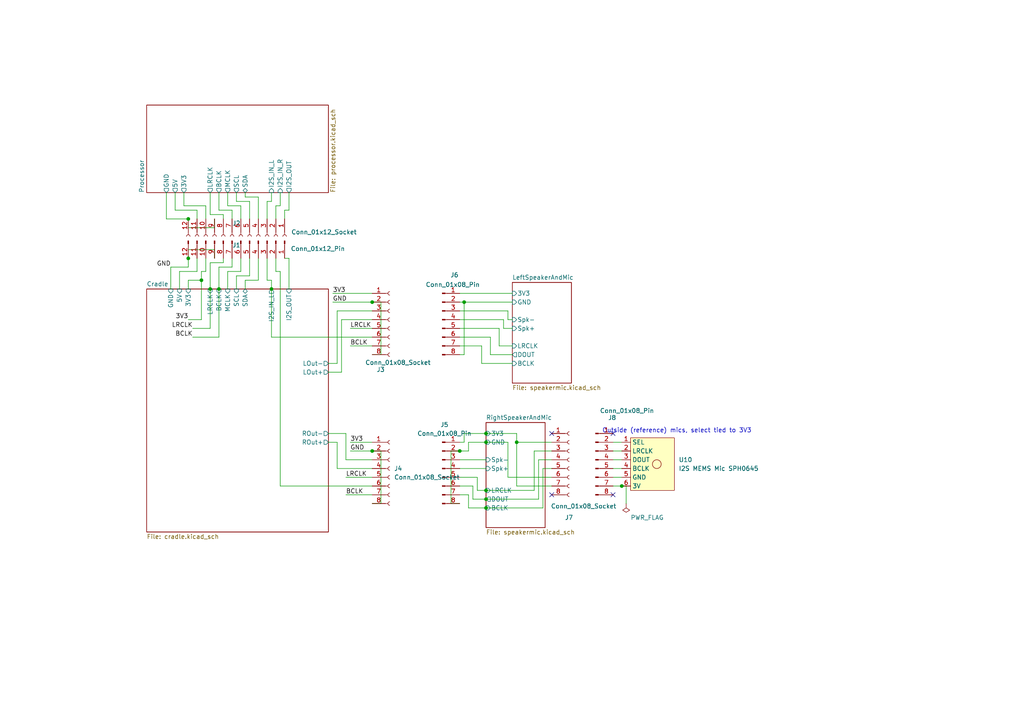
<source format=kicad_sch>
(kicad_sch (version 20231120) (generator "eeschema") (generator_version "8.0")
  (paper "A4")
  (lib_symbols
    (symbol "Connector:Conn_01x08_Pin" (pin_names (offset 1.016) hide)
      (property "Reference" "J" (at 0 10.16 0))
      (property "Value" "Conn_01x08_Pin" (at 0 -12.7 0))
      (symbol "Conn_01x08_Pin_1_1"
        (polyline (pts (xy 1.27 -10.16) (xy 0.8636 -10.16)) (stroke (width 0.1524)))
        (polyline (pts (xy 1.27 -7.62) (xy 0.8636 -7.62)) (stroke (width 0.1524)))
        (polyline (pts (xy 1.27 -5.08) (xy 0.8636 -5.08)) (stroke (width 0.1524)))
        (polyline (pts (xy 1.27 -2.54) (xy 0.8636 -2.54)) (stroke (width 0.1524)))
        (polyline (pts (xy 1.27 0) (xy 0.8636 0)) (stroke (width 0.1524)))
        (polyline (pts (xy 1.27 2.54) (xy 0.8636 2.54)) (stroke (width 0.1524)))
        (polyline (pts (xy 1.27 5.08) (xy 0.8636 5.08)) (stroke (width 0.1524)))
        (polyline (pts (xy 1.27 7.62) (xy 0.8636 7.62)) (stroke (width 0.1524)))
        (rectangle (start 0.8636 -10.033) (end 0 -10.287) (stroke (width 0.1524)) (fill (type outline)))
        (rectangle (start 0.8636 -7.493) (end 0 -7.747) (stroke (width 0.1524)) (fill (type outline)))
        (rectangle (start 0.8636 -4.953) (end 0 -5.207) (stroke (width 0.1524)) (fill (type outline)))
        (rectangle (start 0.8636 -2.413) (end 0 -2.667) (stroke (width 0.1524)) (fill (type outline)))
        (rectangle (start 0.8636 0.127) (end 0 -0.127) (stroke (width 0.1524)) (fill (type outline)))
        (rectangle (start 0.8636 2.667) (end 0 2.413) (stroke (width 0.1524)) (fill (type outline)))
        (rectangle (start 0.8636 5.207) (end 0 4.953) (stroke (width 0.1524)) (fill (type outline)))
        (rectangle (start 0.8636 7.747) (end 0 7.493) (stroke (width 0.1524)) (fill (type outline)))
        (pin passive line (at 5.08 7.62 180) (length 3.81) (name "Pin_1") (number "1"))
        (pin passive line (at 5.08 5.08 180) (length 3.81) (name "Pin_2") (number "2"))
        (pin passive line (at 5.08 2.54 180) (length 3.81) (name "Pin_3") (number "3"))
        (pin passive line (at 5.08 0 180) (length 3.81) (name "Pin_4") (number "4"))
        (pin passive line (at 5.08 -2.54 180) (length 3.81) (name "Pin_5") (number "5"))
        (pin passive line (at 5.08 -5.08 180) (length 3.81) (name "Pin_6") (number "6"))
        (pin passive line (at 5.08 -7.62 180) (length 3.81) (name "Pin_7") (number "7"))
        (pin passive line (at 5.08 -10.16 180) (length 3.81) (name "Pin_8") (number "8"))
      )
    )
    (symbol "Connector:Conn_01x08_Socket" (pin_names (offset 1.016) hide)
      (property "Reference" "J" (at 0 10.16 0))
      (property "Value" "Conn_01x08_Socket" (at 0 -12.7 0))
      (symbol "Conn_01x08_Socket_1_1"
        (arc (start 0 -9.652) (mid -0.5058 -10.16) (end 0 -10.668) (stroke (width 0.1524)))
        (arc (start 0 -7.112) (mid -0.5058 -7.62) (end 0 -8.128) (stroke (width 0.1524)))
        (arc (start 0 -4.572) (mid -0.5058 -5.08) (end 0 -5.588) (stroke (width 0.1524)))
        (arc (start 0 -2.032) (mid -0.5058 -2.54) (end 0 -3.048) (stroke (width 0.1524)))
        (polyline (pts (xy -1.27 -10.16) (xy -0.508 -10.16)) (stroke (width 0.1524)))
        (polyline (pts (xy -1.27 -7.62) (xy -0.508 -7.62)) (stroke (width 0.1524)))
        (polyline (pts (xy -1.27 -5.08) (xy -0.508 -5.08)) (stroke (width 0.1524)))
        (polyline (pts (xy -1.27 -2.54) (xy -0.508 -2.54)) (stroke (width 0.1524)))
        (polyline (pts (xy -1.27 0) (xy -0.508 0)) (stroke (width 0.1524)))
        (polyline (pts (xy -1.27 2.54) (xy -0.508 2.54)) (stroke (width 0.1524)))
        (polyline (pts (xy -1.27 5.08) (xy -0.508 5.08)) (stroke (width 0.1524)))
        (polyline (pts (xy -1.27 7.62) (xy -0.508 7.62)) (stroke (width 0.1524)))
        (arc (start 0 0.508) (mid -0.5058 0) (end 0 -0.508) (stroke (width 0.1524)))
        (arc (start 0 3.048) (mid -0.5058 2.54) (end 0 2.032) (stroke (width 0.1524)))
        (arc (start 0 5.588) (mid -0.5058 5.08) (end 0 4.572) (stroke (width 0.1524)))
        (arc (start 0 8.128) (mid -0.5058 7.62) (end 0 7.112) (stroke (width 0.1524)))
        (pin passive line (at -5.08 7.62 0) (length 3.81) (name "Pin_1") (number "1"))
        (pin passive line (at -5.08 5.08 0) (length 3.81) (name "Pin_2") (number "2"))
        (pin passive line (at -5.08 2.54 0) (length 3.81) (name "Pin_3") (number "3"))
        (pin passive line (at -5.08 0 0) (length 3.81) (name "Pin_4") (number "4"))
        (pin passive line (at -5.08 -2.54 0) (length 3.81) (name "Pin_5") (number "5"))
        (pin passive line (at -5.08 -5.08 0) (length 3.81) (name "Pin_6") (number "6"))
        (pin passive line (at -5.08 -7.62 0) (length 3.81) (name "Pin_7") (number "7"))
        (pin passive line (at -5.08 -10.16 0) (length 3.81) (name "Pin_8") (number "8"))
      )
    )
    (symbol "Connector:Conn_01x12_Pin" (pin_names (offset 1.016) hide)
      (property "Reference" "J" (at 0 15.24 0))
      (property "Value" "Conn_01x12_Pin" (at 0 -17.78 0))
      (symbol "Conn_01x12_Pin_1_1"
        (polyline (pts (xy 1.27 -15.24) (xy 0.8636 -15.24)) (stroke (width 0.1524)))
        (polyline (pts (xy 1.27 -12.7) (xy 0.8636 -12.7)) (stroke (width 0.1524)))
        (polyline (pts (xy 1.27 -10.16) (xy 0.8636 -10.16)) (stroke (width 0.1524)))
        (polyline (pts (xy 1.27 -7.62) (xy 0.8636 -7.62)) (stroke (width 0.1524)))
        (polyline (pts (xy 1.27 -5.08) (xy 0.8636 -5.08)) (stroke (width 0.1524)))
        (polyline (pts (xy 1.27 -2.54) (xy 0.8636 -2.54)) (stroke (width 0.1524)))
        (polyline (pts (xy 1.27 0) (xy 0.8636 0)) (stroke (width 0.1524)))
        (polyline (pts (xy 1.27 2.54) (xy 0.8636 2.54)) (stroke (width 0.1524)))
        (polyline (pts (xy 1.27 5.08) (xy 0.8636 5.08)) (stroke (width 0.1524)))
        (polyline (pts (xy 1.27 7.62) (xy 0.8636 7.62)) (stroke (width 0.1524)))
        (polyline (pts (xy 1.27 10.16) (xy 0.8636 10.16)) (stroke (width 0.1524)))
        (polyline (pts (xy 1.27 12.7) (xy 0.8636 12.7)) (stroke (width 0.1524)))
        (rectangle (start 0.8636 -15.113) (end 0 -15.367) (stroke (width 0.1524)) (fill (type outline)))
        (rectangle (start 0.8636 -12.573) (end 0 -12.827) (stroke (width 0.1524)) (fill (type outline)))
        (rectangle (start 0.8636 -10.033) (end 0 -10.287) (stroke (width 0.1524)) (fill (type outline)))
        (rectangle (start 0.8636 -7.493) (end 0 -7.747) (stroke (width 0.1524)) (fill (type outline)))
        (rectangle (start 0.8636 -4.953) (end 0 -5.207) (stroke (width 0.1524)) (fill (type outline)))
        (rectangle (start 0.8636 -2.413) (end 0 -2.667) (stroke (width 0.1524)) (fill (type outline)))
        (rectangle (start 0.8636 0.127) (end 0 -0.127) (stroke (width 0.1524)) (fill (type outline)))
        (rectangle (start 0.8636 2.667) (end 0 2.413) (stroke (width 0.1524)) (fill (type outline)))
        (rectangle (start 0.8636 5.207) (end 0 4.953) (stroke (width 0.1524)) (fill (type outline)))
        (rectangle (start 0.8636 7.747) (end 0 7.493) (stroke (width 0.1524)) (fill (type outline)))
        (rectangle (start 0.8636 10.287) (end 0 10.033) (stroke (width 0.1524)) (fill (type outline)))
        (rectangle (start 0.8636 12.827) (end 0 12.573) (stroke (width 0.1524)) (fill (type outline)))
        (pin passive line (at 5.08 12.7 180) (length 3.81) (name "Pin_1") (number "1"))
        (pin passive line (at 5.08 -10.16 180) (length 3.81) (name "Pin_10") (number "10"))
        (pin passive line (at 5.08 -12.7 180) (length 3.81) (name "Pin_11") (number "11"))
        (pin passive line (at 5.08 -15.24 180) (length 3.81) (name "Pin_12") (number "12"))
        (pin passive line (at 5.08 10.16 180) (length 3.81) (name "Pin_2") (number "2"))
        (pin passive line (at 5.08 7.62 180) (length 3.81) (name "Pin_3") (number "3"))
        (pin passive line (at 5.08 5.08 180) (length 3.81) (name "Pin_4") (number "4"))
        (pin passive line (at 5.08 2.54 180) (length 3.81) (name "Pin_5") (number "5"))
        (pin passive line (at 5.08 0 180) (length 3.81) (name "Pin_6") (number "6"))
        (pin passive line (at 5.08 -2.54 180) (length 3.81) (name "Pin_7") (number "7"))
        (pin passive line (at 5.08 -5.08 180) (length 3.81) (name "Pin_8") (number "8"))
        (pin passive line (at 5.08 -7.62 180) (length 3.81) (name "Pin_9") (number "9"))
      )
    )
    (symbol "Connector:Conn_01x12_Socket" (pin_names (offset 1.016) hide)
      (property "Reference" "J" (at 0 15.24 0))
      (property "Value" "Conn_01x12_Socket" (at 0 -17.78 0))
      (symbol "Conn_01x12_Socket_1_1"
        (arc (start 0 -14.732) (mid -0.5058 -15.24) (end 0 -15.748) (stroke (width 0.1524)))
        (arc (start 0 -12.192) (mid -0.5058 -12.7) (end 0 -13.208) (stroke (width 0.1524)))
        (arc (start 0 -9.652) (mid -0.5058 -10.16) (end 0 -10.668) (stroke (width 0.1524)))
        (arc (start 0 -7.112) (mid -0.5058 -7.62) (end 0 -8.128) (stroke (width 0.1524)))
        (arc (start 0 -4.572) (mid -0.5058 -5.08) (end 0 -5.588) (stroke (width 0.1524)))
        (arc (start 0 -2.032) (mid -0.5058 -2.54) (end 0 -3.048) (stroke (width 0.1524)))
        (polyline (pts (xy -1.27 -15.24) (xy -0.508 -15.24)) (stroke (width 0.1524)))
        (polyline (pts (xy -1.27 -12.7) (xy -0.508 -12.7)) (stroke (width 0.1524)))
        (polyline (pts (xy -1.27 -10.16) (xy -0.508 -10.16)) (stroke (width 0.1524)))
        (polyline (pts (xy -1.27 -7.62) (xy -0.508 -7.62)) (stroke (width 0.1524)))
        (polyline (pts (xy -1.27 -5.08) (xy -0.508 -5.08)) (stroke (width 0.1524)))
        (polyline (pts (xy -1.27 -2.54) (xy -0.508 -2.54)) (stroke (width 0.1524)))
        (polyline (pts (xy -1.27 0) (xy -0.508 0)) (stroke (width 0.1524)))
        (polyline (pts (xy -1.27 2.54) (xy -0.508 2.54)) (stroke (width 0.1524)))
        (polyline (pts (xy -1.27 5.08) (xy -0.508 5.08)) (stroke (width 0.1524)))
        (polyline (pts (xy -1.27 7.62) (xy -0.508 7.62)) (stroke (width 0.1524)))
        (polyline (pts (xy -1.27 10.16) (xy -0.508 10.16)) (stroke (width 0.1524)))
        (polyline (pts (xy -1.27 12.7) (xy -0.508 12.7)) (stroke (width 0.1524)))
        (arc (start 0 0.508) (mid -0.5058 0) (end 0 -0.508) (stroke (width 0.1524)))
        (arc (start 0 3.048) (mid -0.5058 2.54) (end 0 2.032) (stroke (width 0.1524)))
        (arc (start 0 5.588) (mid -0.5058 5.08) (end 0 4.572) (stroke (width 0.1524)))
        (arc (start 0 8.128) (mid -0.5058 7.62) (end 0 7.112) (stroke (width 0.1524)))
        (arc (start 0 10.668) (mid -0.5058 10.16) (end 0 9.652) (stroke (width 0.1524)))
        (arc (start 0 13.208) (mid -0.5058 12.7) (end 0 12.192) (stroke (width 0.1524)))
        (pin passive line (at -5.08 12.7 0) (length 3.81) (name "Pin_1") (number "1"))
        (pin passive line (at -5.08 -10.16 0) (length 3.81) (name "Pin_10") (number "10"))
        (pin passive line (at -5.08 -12.7 0) (length 3.81) (name "Pin_11") (number "11"))
        (pin passive line (at -5.08 -15.24 0) (length 3.81) (name "Pin_12") (number "12"))
        (pin passive line (at -5.08 10.16 0) (length 3.81) (name "Pin_2") (number "2"))
        (pin passive line (at -5.08 7.62 0) (length 3.81) (name "Pin_3") (number "3"))
        (pin passive line (at -5.08 5.08 0) (length 3.81) (name "Pin_4") (number "4"))
        (pin passive line (at -5.08 2.54 0) (length 3.81) (name "Pin_5") (number "5"))
        (pin passive line (at -5.08 0 0) (length 3.81) (name "Pin_6") (number "6"))
        (pin passive line (at -5.08 -2.54 0) (length 3.81) (name "Pin_7") (number "7"))
        (pin passive line (at -5.08 -5.08 0) (length 3.81) (name "Pin_8") (number "8"))
        (pin passive line (at -5.08 -7.62 0) (length 3.81) (name "Pin_9") (number "9"))
      )
    )
    (symbol "Helmute:SPH0645"
      (property "Reference" "U" (at -1.524 9.398 0))
      (property "Value" "I2S MEMS Mic SPH0645" (at -0.508 7.366 0))
      (symbol "SPH0645_1_1"
        (rectangle (start -7.62 7.62) (end 5.08 -7.62) (fill (type background)))
        (circle (center 0 0) (radius 1.27))
        (pin input line (at -10.16 6.35 0) (length 2.54) (name "SEL") (number "1"))
        (pin input line (at -10.16 3.81 0) (length 2.54) (name "LRCLK") (number "2"))
        (pin output line (at -10.16 1.27 0) (length 2.54) (name "DOUT") (number "3"))
        (pin input line (at -10.16 -1.27 0) (length 2.54) (name "BCLK") (number "4"))
        (pin passive line (at -10.16 -3.81 0) (length 2.54) (name "GND") (number "5"))
        (pin power_in line (at -10.16 -6.35 0) (length 2.54) (name "3V") (number "6"))
      )
    )
    (symbol "power:PWR_FLAG" (power) (pin_numbers hide) (pin_names (offset 0) hide)
      (property "Value" "PWR_FLAG" (at 0 3.81 0))
      (symbol "PWR_FLAG_0_0"
        (pin power_out line (at 0 0 90) (length 0) (name "~") (number "1"))
      )
      (symbol "PWR_FLAG_0_1"
        (polyline (pts (xy 0 0) (xy 0 1.27) (xy -1.016 1.905) (xy 0 2.54) (xy 1.016 1.905) (xy 0 1.27)))
      )
    )
  )
  (junction (at 60.96 83.82))
  (junction (at 140.97 142.24))
  (junction (at 140.97 144.78))
  (junction (at 63.5 83.82))
  (junction (at 140.97 147.32))
  (junction (at 58.42 81.28))
  (junction (at 133.35 130.81))
  (junction (at 54.61 63.5))
  (junction (at 140.97 125.73))
  (junction (at 107.95 130.81))
  (junction (at 134.62 87.63))
  (junction (at 107.95 87.63))
  (junction (at 54.61 74.93))
  (junction (at 78.74 83.82))
  (junction (at 180.34 140.97))
  (junction (at 149.86 128.27))
  (junction (at 140.97 128.27))
  (no_connect (at 160.02 143.51))
  (no_connect (at 177.8 143.51))
  (no_connect (at 177.8 125.73))
  (no_connect (at 160.02 125.73))
  (wire (pts (xy 54.61 92.71) (xy 58.42 92.71)))
  (wire (pts (xy 66.04 83.82) (xy 66.04 78.74)))
  (wire (pts (xy 50.8 55.88) (xy 50.8 60.96)))
  (wire (pts (xy 177.8 140.97) (xy 180.34 140.97)))
  (wire (pts (xy 67.31 77.47) (xy 63.5 77.47)))
  (wire (pts (xy 62.23 72.39) (xy 54.61 72.39)))
  (wire (pts (xy 142.24 97.79) (xy 142.24 102.87)))
  (wire (pts (xy 139.7 105.41) (xy 148.59 105.41)))
  (wire (pts (xy 101.6 95.25) (xy 107.95 95.25)))
  (wire (pts (xy 59.69 74.93) (xy 59.69 78.74)))
  (wire (pts (xy 107.95 87.63) (xy 110.49 87.63)))
  (wire (pts (xy 78.74 83.82) (xy 78.74 97.79)))
  (wire (pts (xy 64.77 76.2) (xy 64.77 74.93)))
  (wire (pts (xy 78.74 81.28) (xy 78.74 83.82)))
  (wire (pts (xy 68.58 83.82) (xy 68.58 80.01)))
  (wire (pts (xy 134.62 87.63) (xy 148.59 87.63)))
  (wire (pts (xy 57.15 60.96) (xy 57.15 63.5)))
  (wire (pts (xy 78.74 58.42) (xy 77.47 58.42)))
  (wire (pts (xy 133.35 146.05) (xy 130.81 146.05)))
  (wire (pts (xy 133.35 140.97) (xy 137.16 140.97)))
  (wire (pts (xy 80.01 59.69) (xy 80.01 63.5)))
  (wire (pts (xy 69.85 78.74) (xy 69.85 74.93)))
  (wire (pts (xy 95.25 105.41) (xy 97.79 105.41)))
  (wire (pts (xy 110.49 102.87) (xy 107.95 102.87)))
  (wire (pts (xy 74.93 57.15) (xy 74.93 63.5)))
  (wire (pts (xy 133.35 128.27) (xy 134.62 128.27)))
  (wire (pts (xy 137.16 144.78) (xy 140.97 144.78)))
  (wire (pts (xy 149.86 125.73) (xy 149.86 128.27)))
  (wire (pts (xy 97.79 105.41) (xy 97.79 90.17)))
  (wire (pts (xy 74.93 81.28) (xy 74.93 74.93)))
  (wire (pts (xy 60.96 55.88) (xy 60.96 62.23)))
  (wire (pts (xy 97.79 128.27) (xy 97.79 135.89)))
  (wire (pts (xy 137.16 140.97) (xy 137.16 144.78)))
  (wire (pts (xy 181.61 140.97) (xy 180.34 140.97)))
  (wire (pts (xy 54.61 63.5) (xy 54.61 66.04)))
  (wire (pts (xy 101.6 130.81) (xy 107.95 130.81)))
  (wire (pts (xy 133.35 133.35) (xy 140.97 133.35)))
  (wire (pts (xy 149.86 128.27) (xy 149.86 140.97)))
  (wire (pts (xy 54.61 81.28) (xy 54.61 83.82)))
  (wire (pts (xy 133.35 100.33) (xy 139.7 100.33)))
  (wire (pts (xy 96.52 87.63) (xy 107.95 87.63)))
  (wire (pts (xy 78.74 55.88) (xy 78.74 58.42)))
  (wire (pts (xy 135.89 130.81) (xy 133.35 130.81)))
  (wire (pts (xy 138.43 138.43) (xy 138.43 142.24)))
  (wire (pts (xy 107.95 130.81) (xy 110.49 130.81)))
  (wire (pts (xy 146.05 92.71) (xy 146.05 95.25)))
  (wire (pts (xy 110.49 146.05) (xy 107.95 146.05)))
  (wire (pts (xy 156.21 133.35) (xy 156.21 144.78)))
  (wire (pts (xy 62.23 63.5) (xy 62.23 66.04)))
  (wire (pts (xy 133.35 143.51) (xy 135.89 143.51)))
  (wire (pts (xy 100.33 125.73) (xy 100.33 133.35)))
  (wire (pts (xy 180.34 133.35) (xy 177.8 133.35)))
  (wire (pts (xy 110.49 87.63) (xy 110.49 102.87)))
  (wire (pts (xy 78.74 97.79) (xy 107.95 97.79)))
  (wire (pts (xy 53.34 59.69) (xy 59.69 59.69)))
  (wire (pts (xy 72.39 80.01) (xy 72.39 74.93)))
  (wire (pts (xy 130.81 146.05) (xy 130.81 130.81)))
  (wire (pts (xy 160.02 133.35) (xy 156.21 133.35)))
  (wire (pts (xy 52.07 83.82) (xy 52.07 78.74)))
  (wire (pts (xy 144.78 100.33) (xy 148.59 100.33)))
  (wire (pts (xy 147.32 128.27) (xy 140.97 128.27)))
  (wire (pts (xy 100.33 143.51) (xy 107.95 143.51)))
  (wire (pts (xy 97.79 90.17) (xy 107.95 90.17)))
  (wire (pts (xy 68.58 58.42) (xy 72.39 58.42)))
  (wire (pts (xy 82.55 60.96) (xy 82.55 63.5)))
  (wire (pts (xy 49.53 77.47) (xy 49.53 83.82)))
  (wire (pts (xy 180.34 128.27) (xy 177.8 128.27)))
  (wire (pts (xy 77.47 81.28) (xy 78.74 81.28)))
  (wire (pts (xy 99.06 92.71) (xy 99.06 107.95)))
  (wire (pts (xy 140.97 125.73) (xy 149.86 125.73)))
  (wire (pts (xy 62.23 74.93) (xy 62.23 72.39)))
  (wire (pts (xy 133.35 102.87) (xy 134.62 102.87)))
  (wire (pts (xy 142.24 102.87) (xy 148.59 102.87)))
  (wire (pts (xy 83.82 60.96) (xy 82.55 60.96)))
  (wire (pts (xy 54.61 72.39) (xy 54.61 74.93)))
  (wire (pts (xy 66.04 59.69) (xy 69.85 59.69)))
  (wire (pts (xy 147.32 138.43) (xy 147.32 128.27)))
  (wire (pts (xy 72.39 58.42) (xy 72.39 63.5)))
  (wire (pts (xy 60.96 95.25) (xy 55.88 95.25)))
  (wire (pts (xy 160.02 130.81) (xy 154.94 130.81)))
  (wire (pts (xy 77.47 58.42) (xy 77.47 63.5)))
  (wire (pts (xy 68.58 80.01) (xy 72.39 80.01)))
  (wire (pts (xy 83.82 74.93) (xy 83.82 83.82)))
  (wire (pts (xy 160.02 138.43) (xy 147.32 138.43)))
  (wire (pts (xy 53.34 55.88) (xy 53.34 59.69)))
  (wire (pts (xy 154.94 142.24) (xy 140.97 142.24)))
  (wire (pts (xy 64.77 62.23) (xy 64.77 63.5)))
  (wire (pts (xy 58.42 81.28) (xy 54.61 81.28)))
  (wire (pts (xy 81.28 140.97) (xy 107.95 140.97)))
  (wire (pts (xy 66.04 78.74) (xy 69.85 78.74)))
  (wire (pts (xy 60.96 62.23) (xy 64.77 62.23)))
  (wire (pts (xy 67.31 60.96) (xy 67.31 63.5)))
  (wire (pts (xy 154.94 130.81) (xy 154.94 142.24)))
  (wire (pts (xy 71.12 55.88) (xy 71.12 57.15)))
  (wire (pts (xy 63.5 77.47) (xy 63.5 83.82)))
  (wire (pts (xy 97.79 135.89) (xy 107.95 135.89)))
  (wire (pts (xy 67.31 74.93) (xy 67.31 77.47)))
  (wire (pts (xy 133.35 97.79) (xy 142.24 97.79)))
  (wire (pts (xy 60.96 76.2) (xy 60.96 83.82)))
  (wire (pts (xy 157.48 135.89) (xy 160.02 135.89)))
  (wire (pts (xy 77.47 74.93) (xy 77.47 81.28)))
  (wire (pts (xy 62.23 66.04) (xy 54.61 66.04)))
  (wire (pts (xy 68.58 55.88) (xy 68.58 58.42)))
  (wire (pts (xy 81.28 55.88) (xy 81.28 59.69)))
  (wire (pts (xy 180.34 138.43) (xy 177.8 138.43)))
  (wire (pts (xy 63.5 83.82) (xy 63.5 97.79)))
  (wire (pts (xy 59.69 59.69) (xy 59.69 63.5)))
  (wire (pts (xy 147.32 90.17) (xy 147.32 92.71)))
  (wire (pts (xy 147.32 92.71) (xy 148.59 92.71)))
  (wire (pts (xy 107.95 92.71) (xy 99.06 92.71)))
  (wire (pts (xy 135.89 143.51) (xy 135.89 147.32)))
  (wire (pts (xy 99.06 107.95) (xy 95.25 107.95)))
  (wire (pts (xy 133.35 138.43) (xy 138.43 138.43)))
  (wire (pts (xy 52.07 78.74) (xy 57.15 78.74)))
  (wire (pts (xy 157.48 147.32) (xy 157.48 135.89)))
  (wire (pts (xy 60.96 83.82) (xy 60.96 95.25)))
  (wire (pts (xy 96.52 85.09) (xy 107.95 85.09)))
  (wire (pts (xy 58.42 78.74) (xy 59.69 78.74)))
  (wire (pts (xy 181.61 146.05) (xy 181.61 140.97)))
  (wire (pts (xy 80.01 74.93) (xy 80.01 78.74)))
  (wire (pts (xy 140.97 147.32) (xy 157.48 147.32)))
  (wire (pts (xy 133.35 85.09) (xy 148.59 85.09)))
  (wire (pts (xy 81.28 78.74) (xy 81.28 140.97)))
  (wire (pts (xy 134.62 128.27) (xy 134.62 125.73)))
  (wire (pts (xy 146.05 95.25) (xy 148.59 95.25)))
  (wire (pts (xy 95.25 125.73) (xy 100.33 125.73)))
  (wire (pts (xy 63.5 60.96) (xy 67.31 60.96)))
  (wire (pts (xy 140.97 128.27) (xy 135.89 128.27)))
  (wire (pts (xy 133.35 90.17) (xy 147.32 90.17)))
  (wire (pts (xy 135.89 128.27) (xy 135.89 130.81)))
  (wire (pts (xy 101.6 128.27) (xy 107.95 128.27)))
  (wire (pts (xy 63.5 55.88) (xy 63.5 60.96)))
  (wire (pts (xy 71.12 81.28) (xy 74.93 81.28)))
  (wire (pts (xy 138.43 142.24) (xy 140.97 142.24)))
  (wire (pts (xy 54.61 74.93) (xy 54.61 77.47)))
  (wire (pts (xy 49.53 77.47) (xy 54.61 77.47)))
  (wire (pts (xy 63.5 97.79) (xy 55.88 97.79)))
  (wire (pts (xy 133.35 95.25) (xy 144.78 95.25)))
  (wire (pts (xy 110.49 130.81) (xy 110.49 146.05)))
  (wire (pts (xy 133.35 135.89) (xy 140.97 135.89)))
  (wire (pts (xy 71.12 57.15) (xy 74.93 57.15)))
  (wire (pts (xy 149.86 128.27) (xy 160.02 128.27)))
  (wire (pts (xy 50.8 60.96) (xy 57.15 60.96)))
  (wire (pts (xy 69.85 59.69) (xy 69.85 63.5)))
  (wire (pts (xy 83.82 55.88) (xy 83.82 60.96)))
  (wire (pts (xy 134.62 125.73) (xy 140.97 125.73)))
  (wire (pts (xy 130.81 130.81) (xy 133.35 130.81)))
  (wire (pts (xy 60.96 76.2) (xy 64.77 76.2)))
  (wire (pts (xy 156.21 144.78) (xy 140.97 144.78)))
  (wire (pts (xy 81.28 59.69) (xy 80.01 59.69)))
  (wire (pts (xy 135.89 147.32) (xy 140.97 147.32)))
  (wire (pts (xy 71.12 83.82) (xy 71.12 81.28)))
  (wire (pts (xy 101.6 100.33) (xy 107.95 100.33)))
  (wire (pts (xy 66.04 55.88) (xy 66.04 59.69)))
  (wire (pts (xy 58.42 92.71) (xy 58.42 81.28)))
  (wire (pts (xy 58.42 78.74) (xy 58.42 81.28)))
  (wire (pts (xy 133.35 87.63) (xy 134.62 87.63)))
  (wire (pts (xy 139.7 100.33) (xy 139.7 105.41)))
  (wire (pts (xy 134.62 102.87) (xy 134.62 87.63)))
  (wire (pts (xy 48.26 55.88) (xy 48.26 63.5)))
  (wire (pts (xy 80.01 78.74) (xy 81.28 78.74)))
  (wire (pts (xy 100.33 133.35) (xy 107.95 133.35)))
  (wire (pts (xy 57.15 78.74) (xy 57.15 74.93)))
  (wire (pts (xy 95.25 128.27) (xy 97.79 128.27)))
  (wire (pts (xy 48.26 63.5) (xy 54.61 63.5)))
  (wire (pts (xy 149.86 140.97) (xy 160.02 140.97)))
  (wire (pts (xy 133.35 92.71) (xy 146.05 92.71)))
  (wire (pts (xy 180.34 130.81) (xy 177.8 130.81)))
  (wire (pts (xy 180.34 135.89) (xy 177.8 135.89)))
  (wire (pts (xy 82.55 74.93) (xy 83.82 74.93)))
  (wire (pts (xy 144.78 95.25) (xy 144.78 100.33)))
  (wire (pts (xy 100.33 138.43) (xy 107.95 138.43)))
  (text "Outside (reference) mics, select tied to 3V3" (at 196.342 124.968 0) (effects (font (size 1.27 1.27))))
  (label "LRCLK" (at 100.33 138.43 0))
  (label "LRCLK" (at 55.88 95.25 180))
  (label "GND" (at 96.52 87.63 0))
  (label "GND" (at 101.6 130.81 0))
  (label "3V3" (at 96.52 85.09 0))
  (label "3V3" (at 54.61 92.71 180))
  (label "LRCLK" (at 101.6 95.25 0))
  (label "3V3" (at 101.6 128.27 0))
  (label "BCLK" (at 100.33 143.51 0))
  (label "BCLK" (at 55.88 97.79 180))
  (label "BCLK" (at 101.6 100.33 0))
  (label "GND" (at 49.53 77.47 180))
  (symbol (lib_id "Connector:Conn_01x08_Socket") (at 113.03 92.71 0) (unit 1)
    (property "Reference" "J3" (at 109.22 107.188 0) (effects (justify left)))
    (property "Value" "Conn_01x08_Socket" (at 105.918 105.156 0) (effects (justify left)))
    (property "Footprint" "Connector_JST:JST_XH_S8B-XH-A_1x08_P2.50mm_Horizontal" (effects (hide yes)))
    (property "Description" "Generic connector, single row, 01x08, script generated" (effects (hide yes)))
  )
  (symbol (lib_id "Connector:Conn_01x08_Pin") (at 128.27 92.71 0) (unit 1)
    (property "Reference" "J6" (at 131.826 79.756 0))
    (property "Value" "Conn_01x08_Pin" (at 131.318 82.55 0))
    (property "Footprint" "Connector_JST:JST_XH_S8B-XH-A_1x08_P2.50mm_Horizontal" (effects (hide yes)))
    (property "Description" "Generic connector, single row, 01x08, script generated" (effects (hide yes)))
  )
  (symbol (lib_id "power:PWR_FLAG") (at 181.61 146.05 180) (unit 1)
    (property "Reference" "#FLG01" (effects (hide yes)))
    (property "Value" "PWR_FLAG" (at 187.706 150.114 0))
    (property "Description" "Special symbol for telling ERC where power comes from" (effects (hide yes)))
  )
  (symbol (lib_id "Connector:Conn_01x12_Pin") (at 69.85 69.85 270) (unit 1)
    (property "Reference" "J2" (at 68.58 64.77 90))
    (property "Value" "Conn_01x12_Pin" (at 92.202 72.136 90))
    (property "Footprint" "Connector_PinHeader_2.54mm:PinHeader_2x06_P2.54mm_Vertical" (effects (hide yes)))
    (property "Description" "Generic connector, single row, 01x12, script generated" (effects (hide yes)))
  )
  (symbol (lib_id "Connector:Conn_01x08_Pin") (at 128.27 135.89 0) (unit 1)
    (property "Reference" "J5" (at 128.905 123.19 0))
    (property "Value" "Conn_01x08_Pin" (at 128.905 125.73 0))
    (property "Footprint" "Connector_JST:JST_XH_S8B-XH-A_1x08_P2.50mm_Horizontal" (effects (hide yes)))
    (property "Description" "Generic connector, single row, 01x08, script generated" (effects (hide yes)))
  )
  (symbol (lib_id "Helmute:SPH0645") (at 190.5 134.62 0) (unit 1)
    (property "Reference" "U10" (at 196.85 133.3499 0) (effects (justify left)))
    (property "Value" "I2S MEMS Mic SPH0645" (at 196.85 135.8899 0) (effects (justify left)))
    (property "Footprint" "Helmute:I2S SPK0415HM4H" (effects (hide yes)))
  )
  (symbol (lib_id "Connector:Conn_01x12_Socket") (at 69.85 68.58 270) (unit 1)
    (property "Reference" "J1" (at 68.58 71.12 90))
    (property "Value" "Conn_01x12_Socket" (at 93.98 67.31 90))
    (property "Footprint" "Connector_PinHeader_2.54mm:PinHeader_2x06_P2.54mm_Vertical" (effects (hide yes)))
    (property "Description" "Generic connector, single row, 01x12, script generated" (effects (hide yes)))
  )
  (symbol (lib_id "Connector:Conn_01x08_Socket") (at 113.03 135.89 0) (unit 1)
    (property "Reference" "J4" (at 114.3 135.8899 0) (effects (justify left)))
    (property "Value" "Conn_01x08_Socket" (at 114.3 138.4299 0) (effects (justify left)))
    (property "Footprint" "Connector_JST:JST_XH_S8B-XH-A_1x08_P2.50mm_Horizontal" (effects (hide yes)))
    (property "Description" "Generic connector, single row, 01x08, script generated" (effects (hide yes)))
  )
  (symbol (lib_id "Connector:Conn_01x08_Socket") (at 165.1 133.35 0) (unit 1)
    (property "Reference" "J7" (at 163.83 150.114 0) (effects (justify left)))
    (property "Value" "Conn_01x08_Socket" (at 159.766 146.812 0) (effects (justify left)))
    (property "Footprint" "Connector_JST:JST_XH_S8B-XH-A_1x08_P2.50mm_Horizontal" (effects (hide yes)))
    (property "Description" "Generic connector, single row, 01x08, script generated" (effects (hide yes)))
  )
  (symbol (lib_id "Connector:Conn_01x08_Pin") (at 172.72 133.35 0) (unit 1)
    (property "Reference" "J8" (at 177.546 121.158 0))
    (property "Value" "Conn_01x08_Pin" (at 181.864 119.126 0))
    (property "Footprint" "Connector_JST:JST_XH_S8B-XH-A_1x08_P2.50mm_Horizontal" (effects (hide yes)))
    (property "Description" "Generic connector, single row, 01x08, script generated" (effects (hide yes)))
  )
  (sheet (at 148.59 81.915) (size 17.145 29.21) (stroke (width 0.1524))
    (property "Sheetname" "LeftSpeakerAndMic" (at 148.59 81.2034 0) (effects (justify left bottom)))
    (property "Sheetfile" "speakermic.kicad_sch" (at 148.59 111.7096 0) (effects (justify left top)))
    (pin "Spk-" input (at 148.59 92.71 180))
    (pin "Spk+" input (at 148.59 95.25 180))
    (pin "LRCLK" input (at 148.59 100.33 180))
    (pin "DOUT" output (at 148.59 102.87 180))
    (pin "BCLK" input (at 148.59 105.41 180))
    (pin "3V3" input (at 148.59 85.09 180))
    (pin "GND" input (at 148.59 87.63 180))
  )
  (sheet (at 42.545 30.48) (size 52.705 25.4) (stroke (width 0.1524))
    (property "Sheetname" "Processor" (at 41.8334 55.88 90) (effects (justify left bottom)))
    (property "Sheetfile" "processor.kicad_sch" (at 95.8346 55.88 90) (effects (justify left top)))
    (pin "GND" output (at 48.26 55.88 270))
    (pin "5V" output (at 50.8 55.88 270))
    (pin "3V3" output (at 53.34 55.88 270))
    (pin "LRCLK" output (at 60.96 55.88 270))
    (pin "BCLK" output (at 63.5 55.88 270))
    (pin "MCLK" output (at 66.04 55.88 270))
    (pin "SCL" output (at 68.58 55.88 270))
    (pin "SDA" bidirectional (at 71.12 55.88 270))
    (pin "I2S_IN_L" input (at 78.74 55.88 270))
    (pin "I2S_IN_R" input (at 81.28 55.88 270))
    (pin "I2S_OUT" output (at 83.82 55.88 270))
  )
  (sheet (at 42.545 83.82) (size 52.705 70.485) (stroke (width 0.1524))
    (property "Sheetname" "Cradle" (at 42.545 83.1084 0) (effects (justify left bottom)))
    (property "Sheetfile" "cradle.kicad_sch" (at 42.545 154.8896 0) (effects (justify left top)))
    (pin "LRCLK" input (at 60.96 83.82 90))
    (pin "MCLK" input (at 66.04 83.82 90))
    (pin "BCLK" input (at 63.5 83.82 90))
    (pin "I2S_OUT" input (at 83.82 83.82 90))
    (pin "3V3" input (at 54.61 83.82 90))
    (pin "SCL" input (at 68.58 83.82 90))
    (pin "SDA" bidirectional (at 71.12 83.82 90))
    (pin "I2S_IN_L" output (at 78.74 83.82 90))
    (pin "GND" input (at 49.53 83.82 90))
    (pin "5V" input (at 52.07 83.82 90))
    (pin "ROut+" output (at 95.25 128.27 0))
    (pin "ROut-" output (at 95.25 125.73 0))
    (pin "LOut-" output (at 95.25 105.41 0))
    (pin "LOut+" output (at 95.25 107.95 0))
  )
  (sheet (at 140.97 122.555) (size 17.145 30.48) (stroke (width 0.1524))
    (property "Sheetname" "RightSpeakerAndMic" (at 140.97 121.8434 0) (effects (justify left bottom)))
    (property "Sheetfile" "speakermic.kicad_sch" (at 140.97 153.6196 0) (effects (justify left top)))
    (pin "Spk-" input (at 140.97 133.35 180))
    (pin "Spk+" input (at 140.97 135.89 180))
    (pin "LRCLK" input (at 140.97 142.24 180))
    (pin "DOUT" output (at 140.97 144.78 180))
    (pin "BCLK" input (at 140.97 147.32 180))
    (pin "3V3" input (at 140.97 125.73 180))
    (pin "GND" input (at 140.97 128.27 180))
  )
)
</source>
